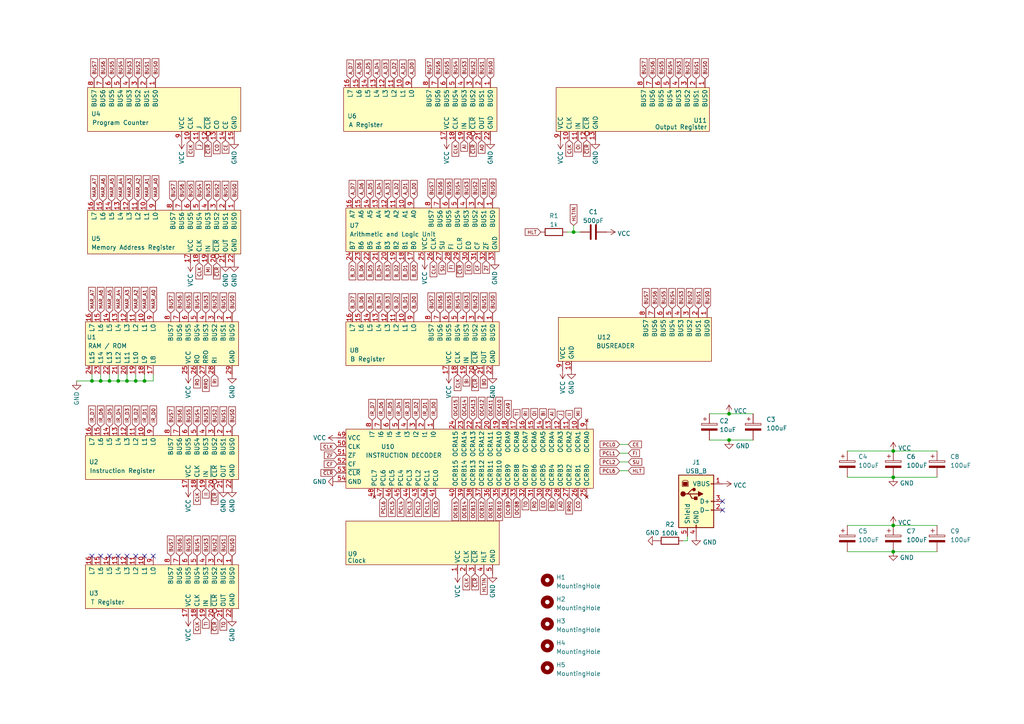
<source format=kicad_sch>
(kicad_sch (version 20231120) (generator "eeschema") (generator_version "8.0")
  (paper "A4")
  (lib_symbols
    (symbol "Connector:USB_B" (pin_names (offset 1.016))
      (property "Reference" "J" (at -5.08 11.43 0))
      (property "Value" "USB_B" (at -5.08 8.89 0))
      (symbol "USB_B_1_1"
        (pin power_out line (at 7.62 5.08 180) (length 2.54) (name "VBUS") (number "1"))
        (pin bidirectional line (at 7.62 -2.54 180) (length 2.54) (name "D-") (number "2"))
        (pin bidirectional line (at 7.62 0 180) (length 2.54) (name "D+") (number "3"))
        (pin power_out line (at 0 -10.16 90) (length 2.54) (name "GND") (number "4"))
        (pin passive line (at -2.54 -10.16 90) (length 2.54) (name "Shield") (number "5"))
      )
    )
    (symbol "Device:C" (pin_numbers hide) (pin_names (offset 0.254))
      (property "Reference" "C" (at 0.635 2.54 0))
      (property "Value" "C" (at 0.635 -2.54 0))
      (symbol "C_1_1"
        (pin passive line (at 0 3.81 270) (length 2.794) (name "~") (number "1"))
        (pin passive line (at 0 -3.81 90) (length 2.794) (name "~") (number "2"))
      )
    )
    (symbol "Device:C_Polarized" (pin_numbers hide) (pin_names (offset 0.254))
      (property "Reference" "C" (at 0.635 2.54 0))
      (property "Value" "C_Polarized" (at 0.635 -2.54 0))
      (symbol "C_Polarized_1_1"
        (pin passive line (at 0 3.81 270) (length 2.794) (name "~") (number "1"))
        (pin passive line (at 0 -3.81 90) (length 2.794) (name "~") (number "2"))
      )
    )
    (symbol "Device:R" (pin_numbers hide) (pin_names (offset 0))
      (property "Reference" "R" (at 2.032 0 90))
      (property "Value" "R" (at 0 0 90))
      (symbol "R_1_1"
        (pin passive line (at 0 3.81 270) (length 1.27) (name "~") (number "1"))
        (pin passive line (at 0 -3.81 90) (length 1.27) (name "~") (number "2"))
      )
    )
    (symbol "Mechanical:MountingHole" (pin_names (offset 1.016))
      (property "Reference" "H" (at 0 5.08 0))
      (property "Value" "MountingHole" (at 0 3.175 0))
    )
    (symbol "SAP-GPR_1"
      (property "Reference" "U5" (at -17.78 -1.905 0))
      (property "Value" "SAP-GPR_1" (at 3.81 -4.445 0))
      (symbol "SAP-GPR_1_1_1"
        (pin bidirectional line (at 20.955 8.89 270) (length 2.54) (name "BUS0") (number "1"))
        (pin output line (at -4.445 8.89 270) (length 2.54) (name "L1") (number "10"))
        (pin output line (at -6.985 8.89 270) (length 2.54) (name "L2") (number "11"))
        (pin output line (at -9.525 8.89 270) (length 2.54) (name "L3") (number "12"))
        (pin output line (at -12.065 8.89 270) (length 2.54) (name "L4") (number "13"))
        (pin output line (at -14.605 8.89 270) (length 2.54) (name "L5") (number "14"))
        (pin output line (at -17.145 8.89 270) (length 2.54) (name "L6") (number "15"))
        (pin output line (at -19.685 8.89 270) (length 2.54) (name "L7") (number "16"))
        (pin power_in line (at 8.255 -8.89 90) (length 2.54) (name "VCC") (number "17"))
        (pin input line (at 10.795 -8.89 90) (length 2.54) (name "CLK") (number "18"))
        (pin input line (at 13.335 -8.89 90) (length 2.54) (name "IN") (number "19"))
        (pin bidirectional line (at 18.415 8.89 270) (length 2.54) (name "BUS1") (number "2"))
        (pin input inverted (at 15.875 -8.89 90) (length 2.54) (name "~{CLR}") (number "20"))
        (pin input line (at 18.415 -8.89 90) (length 2.54) (name "OUT") (number "21"))
        (pin power_in line (at 20.955 -8.89 90) (length 2.54) (name "GND") (number "22"))
        (pin bidirectional line (at 15.875 8.89 270) (length 2.54) (name "BUS2") (number "3"))
        (pin bidirectional line (at 13.335 8.89 270) (length 2.54) (name "BUS3") (number "4"))
        (pin bidirectional line (at 10.795 8.89 270) (length 2.54) (name "BUS4") (number "5"))
        (pin bidirectional line (at 8.255 8.89 270) (length 2.54) (name "BUS5") (number "6"))
        (pin bidirectional line (at 5.715 8.89 270) (length 2.54) (name "BUS6") (number "7"))
        (pin bidirectional line (at 3.175 8.89 270) (length 2.54) (name "BUS7") (number "8"))
        (pin output line (at -1.905 8.89 270) (length 2.54) (name "L0") (number "9"))
      )
    )
    (symbol "SAP-GPR_2"
      (property "Reference" "U5" (at -17.78 -1.905 0))
      (property "Value" "SAP-GPR_2" (at 3.81 -4.445 0))
      (symbol "SAP-GPR_2_1_1"
        (pin bidirectional line (at 20.955 8.89 270) (length 2.54) (name "BUS0") (number "1"))
        (pin output line (at -4.445 8.89 270) (length 2.54) (name "L1") (number "10"))
        (pin output line (at -6.985 8.89 270) (length 2.54) (name "L2") (number "11"))
        (pin output line (at -9.525 8.89 270) (length 2.54) (name "L3") (number "12"))
        (pin output line (at -12.065 8.89 270) (length 2.54) (name "L4") (number "13"))
        (pin output line (at -14.605 8.89 270) (length 2.54) (name "L5") (number "14"))
        (pin output line (at -17.145 8.89 270) (length 2.54) (name "L6") (number "15"))
        (pin output line (at -19.685 8.89 270) (length 2.54) (name "L7") (number "16"))
        (pin power_in line (at 8.255 -8.89 90) (length 2.54) (name "VCC") (number "17"))
        (pin input line (at 10.795 -8.89 90) (length 2.54) (name "CLK") (number "18"))
        (pin input line (at 13.335 -8.89 90) (length 2.54) (name "IN") (number "19"))
        (pin bidirectional line (at 18.415 8.89 270) (length 2.54) (name "BUS1") (number "2"))
        (pin input inverted (at 15.875 -8.89 90) (length 2.54) (name "~{CLR}") (number "20"))
        (pin input line (at 18.415 -8.89 90) (length 2.54) (name "OUT") (number "21"))
        (pin power_in line (at 20.955 -8.89 90) (length 2.54) (name "GND") (number "22"))
        (pin bidirectional line (at 15.875 8.89 270) (length 2.54) (name "BUS2") (number "3"))
        (pin bidirectional line (at 13.335 8.89 270) (length 2.54) (name "BUS3") (number "4"))
        (pin bidirectional line (at 10.795 8.89 270) (length 2.54) (name "BUS4") (number "5"))
        (pin bidirectional line (at 8.255 8.89 270) (length 2.54) (name "BUS5") (number "6"))
        (pin bidirectional line (at 5.715 8.89 270) (length 2.54) (name "BUS6") (number "7"))
        (pin bidirectional line (at 3.175 8.89 270) (length 2.54) (name "BUS7") (number "8"))
        (pin output line (at -1.905 8.89 270) (length 2.54) (name "L0") (number "9"))
      )
    )
    (symbol "SAP-GPR_4"
      (property "Reference" "U5" (at -17.78 -1.905 0))
      (property "Value" "SAP-GPR_4" (at 3.81 -4.445 0))
      (symbol "SAP-GPR_4_1_1"
        (pin bidirectional line (at 20.955 8.89 270) (length 2.54) (name "BUS0") (number "1"))
        (pin output line (at -4.445 8.89 270) (length 2.54) (name "L1") (number "10"))
        (pin output line (at -6.985 8.89 270) (length 2.54) (name "L2") (number "11"))
        (pin output line (at -9.525 8.89 270) (length 2.54) (name "L3") (number "12"))
        (pin output line (at -12.065 8.89 270) (length 2.54) (name "L4") (number "13"))
        (pin output line (at -14.605 8.89 270) (length 2.54) (name "L5") (number "14"))
        (pin output line (at -17.145 8.89 270) (length 2.54) (name "L6") (number "15"))
        (pin output line (at -19.685 8.89 270) (length 2.54) (name "L7") (number "16"))
        (pin power_in line (at 8.255 -8.89 90) (length 2.54) (name "VCC") (number "17"))
        (pin input line (at 10.795 -8.89 90) (length 2.54) (name "CLK") (number "18"))
        (pin input line (at 13.335 -8.89 90) (length 2.54) (name "IN") (number "19"))
        (pin bidirectional line (at 18.415 8.89 270) (length 2.54) (name "BUS1") (number "2"))
        (pin input inverted (at 15.875 -8.89 90) (length 2.54) (name "~{CLR}") (number "20"))
        (pin input line (at 18.415 -8.89 90) (length 2.54) (name "OUT") (number "21"))
        (pin power_in line (at 20.955 -8.89 90) (length 2.54) (name "GND") (number "22"))
        (pin bidirectional line (at 15.875 8.89 270) (length 2.54) (name "BUS2") (number "3"))
        (pin bidirectional line (at 13.335 8.89 270) (length 2.54) (name "BUS3") (number "4"))
        (pin bidirectional line (at 10.795 8.89 270) (length 2.54) (name "BUS4") (number "5"))
        (pin bidirectional line (at 8.255 8.89 270) (length 2.54) (name "BUS5") (number "6"))
        (pin bidirectional line (at 5.715 8.89 270) (length 2.54) (name "BUS6") (number "7"))
        (pin bidirectional line (at 3.175 8.89 270) (length 2.54) (name "BUS7") (number "8"))
        (pin output line (at -1.905 8.89 270) (length 2.54) (name "L0") (number "9"))
      )
    )
    (symbol "power:GND" (power) (pin_names (offset 0))
      (property "Value" "GND" (at 0 -3.81 0))
      (symbol "GND_1_1"
        (pin power_in line (at 0 0 270) (length 0) hide (name "GND") (number "1"))
      )
    )
    (symbol "power:VCC" (power) (pin_names (offset 0))
      (property "Value" "VCC" (at 0 3.81 0))
      (symbol "VCC_1_1"
        (pin power_in line (at 0 0 90) (length 0) hide (name "VCC") (number "1"))
      )
    )
    (symbol "sap_modules:SAP-ALU"
      (property "Reference" "U7" (at -17.78 1.27 0))
      (property "Value" "Arithmetic and Logic Unit" (at 4.445 -1.27 0))
      (symbol "SAP-ALU_1_1"
        (pin output line (at 20.955 8.89 270) (length 2.54) (name "BUS0") (number "1"))
        (pin input line (at -4.445 8.89 270) (length 2.54) (name "A1") (number "10"))
        (pin input line (at -6.985 8.89 270) (length 2.54) (name "A2") (number "11"))
        (pin input line (at -9.525 8.89 270) (length 2.54) (name "A3") (number "12"))
        (pin input line (at -12.065 8.89 270) (length 2.54) (name "A4") (number "13"))
        (pin input line (at -14.605 8.89 270) (length 2.54) (name "A5") (number "14"))
        (pin input line (at -17.145 8.89 270) (length 2.54) (name "A6") (number "15"))
        (pin input line (at -19.685 8.89 270) (length 2.54) (name "A7") (number "16"))
        (pin input line (at -1.905 -8.89 90) (length 2.54) (name "B0") (number "17"))
        (pin input line (at -4.445 -8.89 90) (length 2.54) (name "B1") (number "18"))
        (pin input line (at -6.985 -8.89 90) (length 2.54) (name "B2") (number "19"))
        (pin output line (at 18.415 8.89 270) (length 2.54) (name "BUS1") (number "2"))
        (pin input line (at -9.525 -8.89 90) (length 2.54) (name "B3") (number "20"))
        (pin input line (at -12.065 -8.89 90) (length 2.54) (name "B4") (number "21"))
        (pin input line (at -14.605 -8.89 90) (length 2.54) (name "B5") (number "22"))
        (pin input line (at -17.145 -8.89 90) (length 2.54) (name "B6") (number "23"))
        (pin input line (at -19.685 -8.89 90) (length 2.54) (name "B7") (number "24"))
        (pin power_in line (at 1.27 -8.89 90) (length 2.54) (name "VCC") (number "25"))
        (pin input line (at 3.81 -8.89 90) (length 2.54) (name "CLK") (number "26"))
        (pin input line (at 6.35 -8.89 90) (length 2.54) (name "SU") (number "27"))
        (pin input line (at 8.89 -8.89 90) (length 2.54) (name "FI") (number "28"))
        (pin input line (at 11.43 -8.89 90) (length 2.54) (name "CLR") (number "29"))
        (pin output line (at 15.875 8.89 270) (length 2.54) (name "BUS2") (number "3"))
        (pin input line (at 13.97 -8.89 90) (length 2.54) (name "EO") (number "30"))
        (pin output line (at 16.51 -8.89 90) (length 2.54) (name "CF") (number "31"))
        (pin output line (at 19.05 -8.89 90) (length 2.54) (name "ZF") (number "32"))
        (pin power_in line (at 21.59 -8.89 90) (length 2.54) (name "GND") (number "33"))
        (pin output line (at 13.335 8.89 270) (length 2.54) (name "BUS3") (number "4"))
        (pin output line (at 10.795 8.89 270) (length 2.54) (name "BUS4") (number "5"))
        (pin output line (at 8.255 8.89 270) (length 2.54) (name "BUS5") (number "6"))
        (pin output line (at 5.715 8.89 270) (length 2.54) (name "BUS6") (number "7"))
        (pin output line (at 3.175 8.89 270) (length 2.54) (name "BUS7") (number "8"))
        (pin input line (at -1.905 8.89 270) (length 2.54) (name "A0") (number "9"))
      )
    )
    (symbol "sap_modules:SAP-BUSREADER"
      (property "Reference" "U" (at -13.335 2.54 0))
      (property "Value" "SAP-BUSREADER" (at -13.335 0.635 0))
      (symbol "SAP-BUSREADER_1_1"
        (pin input line (at 21.59 8.89 270) (length 2.54) (name "BUS0") (number "1"))
        (pin power_in line (at -17.78 -8.89 90) (length 2.54) (name "GND") (number "10"))
        (pin input line (at 19.05 8.89 270) (length 2.54) (name "BUS1") (number "2"))
        (pin input line (at 16.51 8.89 270) (length 2.54) (name "BUS2") (number "3"))
        (pin input line (at 13.97 8.89 270) (length 2.54) (name "BUS3") (number "4"))
        (pin input line (at 11.43 8.89 270) (length 2.54) (name "BUS4") (number "5"))
        (pin input line (at 8.89 8.89 270) (length 2.54) (name "BUS5") (number "6"))
        (pin input line (at 6.35 8.89 270) (length 2.54) (name "BUS6") (number "7"))
        (pin input line (at 3.81 8.89 270) (length 2.54) (name "BUS7") (number "8"))
        (pin power_in line (at -20.32 -8.89 90) (length 2.54) (name "VCC") (number "9"))
      )
    )
    (symbol "sap_modules:SAP-CLOCK"
      (property "Reference" "U" (at 0 1.905 0))
      (property "Value" "SAP-CLOCK" (at 0 -0.635 0))
      (symbol "SAP-CLOCK_1_1"
        (pin power_in line (at 10.795 -8.89 90) (length 2.54) (name "VCC") (number "1"))
        (pin output line (at 13.335 -8.89 90) (length 2.54) (name "CLK") (number "2"))
        (pin output line (at 15.875 -8.89 90) (length 2.54) (name "~{CLR}") (number "3"))
        (pin input line (at 18.415 -8.89 90) (length 2.54) (name "HLT") (number "4"))
        (pin power_in line (at 20.955 -8.89 90) (length 2.54) (name "GND") (number "5"))
      )
    )
    (symbol "sap_modules:SAP-GPR"
      (property "Reference" "U5" (at -17.78 -1.905 0))
      (property "Value" "SAP-GPR" (at 3.81 -4.445 0))
      (symbol "SAP-GPR_1_1"
        (pin bidirectional line (at 20.955 8.89 270) (length 2.54) (name "BUS0") (number "1"))
        (pin output line (at -4.445 8.89 270) (length 2.54) (name "L1") (number "10"))
        (pin output line (at -6.985 8.89 270) (length 2.54) (name "L2") (number "11"))
        (pin output line (at -9.525 8.89 270) (length 2.54) (name "L3") (number "12"))
        (pin output line (at -12.065 8.89 270) (length 2.54) (name "L4") (number "13"))
        (pin output line (at -14.605 8.89 270) (length 2.54) (name "L5") (number "14"))
        (pin output line (at -17.145 8.89 270) (length 2.54) (name "L6") (number "15"))
        (pin output line (at -19.685 8.89 270) (length 2.54) (name "L7") (number "16"))
        (pin power_in line (at 8.255 -8.89 90) (length 2.54) (name "VCC") (number "17"))
        (pin input line (at 10.795 -8.89 90) (length 2.54) (name "CLK") (number "18"))
        (pin input line (at 13.335 -8.89 90) (length 2.54) (name "IN") (number "19"))
        (pin bidirectional line (at 18.415 8.89 270) (length 2.54) (name "BUS1") (number "2"))
        (pin input inverted (at 15.875 -8.89 90) (length 2.54) (name "~{CLR}") (number "20"))
        (pin input line (at 18.415 -8.89 90) (length 2.54) (name "OUT") (number "21"))
        (pin power_in line (at 20.955 -8.89 90) (length 2.54) (name "GND") (number "22"))
        (pin bidirectional line (at 15.875 8.89 270) (length 2.54) (name "BUS2") (number "3"))
        (pin bidirectional line (at 13.335 8.89 270) (length 2.54) (name "BUS3") (number "4"))
        (pin bidirectional line (at 10.795 8.89 270) (length 2.54) (name "BUS4") (number "5"))
        (pin bidirectional line (at 8.255 8.89 270) (length 2.54) (name "BUS5") (number "6"))
        (pin bidirectional line (at 5.715 8.89 270) (length 2.54) (name "BUS6") (number "7"))
        (pin bidirectional line (at 3.175 8.89 270) (length 2.54) (name "BUS7") (number "8"))
        (pin output line (at -1.905 8.89 270) (length 2.54) (name "L0") (number "9"))
      )
    )
    (symbol "sap_modules:SAP-ID"
      (property "Reference" "U10" (at -15.875 5.715 0))
      (property "Value" "SAP-ID" (at -20.32 3.175 0))
      (symbol "SAP-ID_1_1"
        (pin input line (at -0.635 13.335 270) (length 2.54) (name "I0") (number "1"))
        (pin output line (at 41.275 13.335 270) (length 2.54) (name "OCRA1") (number "10"))
        (pin output line (at 38.735 13.335 270) (length 2.54) (name "OCRA2") (number "11"))
        (pin output line (at 36.195 13.335 270) (length 2.54) (name "OCRA3") (number "12"))
        (pin output line (at 33.655 13.335 270) (length 2.54) (name "OCRA4") (number "13"))
        (pin output line (at 31.115 13.335 270) (length 2.54) (name "OCRA5") (number "14"))
        (pin output line (at 28.575 13.335 270) (length 2.54) (name "OCRA6") (number "15"))
        (pin output line (at 26.035 13.335 270) (length 2.54) (name "OCRA7") (number "16"))
        (pin output line (at 23.495 13.335 270) (length 2.54) (name "OCRA8") (number "17"))
        (pin output line (at 20.955 13.335 270) (length 2.54) (name "OCRA9") (number "18"))
        (pin output line (at 18.415 13.335 270) (length 2.54) (name "OCRA10") (number "19"))
        (pin input line (at -3.175 13.335 270) (length 2.54) (name "I1") (number "2"))
        (pin output line (at 15.875 13.335 270) (length 2.54) (name "OCRA11") (number "20"))
        (pin output line (at 13.335 13.335 270) (length 2.54) (name "OCRA12") (number "21"))
        (pin output line (at 10.795 13.335 270) (length 2.54) (name "OCRA13") (number "22"))
        (pin output line (at 8.255 13.335 270) (length 2.54) (name "OCRA14") (number "23"))
        (pin output line (at 5.715 13.335 270) (length 2.54) (name "OCRA15") (number "24"))
        (pin no_connect line (at 43.815 -8.89 90) (length 2.54) (name "OCRB0") (number "25"))
        (pin output line (at 41.275 -8.89 90) (length 2.54) (name "OCRB1") (number "26"))
        (pin output line (at 38.735 -8.89 90) (length 2.54) (name "OCRB2") (number "27"))
        (pin output line (at 36.195 -8.89 90) (length 2.54) (name "OCRB3") (number "28"))
        (pin output line (at 33.655 -8.89 90) (length 2.54) (name "OCRB4") (number "29"))
        (pin input line (at -5.715 13.335 270) (length 2.54) (name "I2") (number "3"))
        (pin output line (at 31.115 -8.89 90) (length 2.54) (name "OCRB5") (number "30"))
        (pin output line (at 28.575 -8.89 90) (length 2.54) (name "OCRB6") (number "31"))
        (pin output line (at 26.035 -8.89 90) (length 2.54) (name "OCRB7") (number "32"))
        (pin output line (at 23.495 -8.89 90) (length 2.54) (name "OCRB8") (number "33"))
        (pin output line (at 20.955 -8.89 90) (length 2.54) (name "OCRB9") (number "34"))
        (pin output line (at 18.415 -8.89 90) (length 2.54) (name "OCRB10") (number "35"))
        (pin output line (at 15.875 -8.89 90) (length 2.54) (name "OCRB11") (number "36"))
        (pin output line (at 13.335 -8.89 90) (length 2.54) (name "OCRB12") (number "37"))
        (pin output line (at 10.795 -8.89 90) (length 2.54) (name "OCRB13") (number "38"))
        (pin output line (at 8.255 -8.89 90) (length 2.54) (name "OCRB14") (number "39"))
        (pin input line (at -8.255 13.335 270) (length 2.54) (name "I3") (number "4"))
        (pin output line (at 5.715 -8.89 90) (length 2.54) (name "OCRB15") (number "40"))
        (pin output line (at 0 -8.89 90) (length 2.54) (name "PCL0") (number "41"))
        (pin output line (at -2.54 -8.89 90) (length 2.54) (name "PCL1") (number "42"))
        (pin output line (at -5.08 -8.89 90) (length 2.54) (name "PCL2") (number "43"))
        (pin output line (at -7.62 -8.89 90) (length 2.54) (name "PCL3") (number "44"))
        (pin output line (at -10.16 -8.89 90) (length 2.54) (name "PCL4") (number "45"))
        (pin output line (at -12.7 -8.89 90) (length 2.54) (name "PCL5") (number "46"))
        (pin output line (at -15.24 -8.89 90) (length 2.54) (name "PCL6") (number "47"))
        (pin no_connect line (at -17.78 -8.89 90) (length 2.54) (name "PCL7") (number "48"))
        (pin power_in line (at -28.575 8.255 0) (length 2.54) (name "VCC") (number "49"))
        (pin input line (at -10.795 13.335 270) (length 2.54) (name "I4") (number "5"))
        (pin input line (at -28.575 5.715 0) (length 2.54) (name "CLK") (number "50"))
        (pin input line (at -28.575 3.175 0) (length 2.54) (name "ZF") (number "51"))
        (pin input line (at -28.575 0.635 0) (length 2.54) (name "CF") (number "52"))
        (pin input line (at -28.575 -1.905 0) (length 2.54) (name "~{CLR}") (number "53"))
        (pin power_in line (at -28.575 -4.445 0) (length 2.54) (name "GND") (number "54"))
        (pin input line (at -13.335 13.335 270) (length 2.54) (name "I5") (number "6"))
        (pin input line (at -15.875 13.335 270) (length 2.54) (name "I6") (number "7"))
        (pin input line (at -18.415 13.335 270) (length 2.54) (name "I7") (number "8"))
        (pin no_connect line (at 43.815 13.335 270) (length 2.54) (name "OCRA0") (number "9"))
      )
    )
    (symbol "sap_modules:SAP-OUTPUT"
      (property "Reference" "U" (at -13.335 2.54 0))
      (property "Value" "SAP-OUTPUT" (at -13.335 0.635 0))
      (symbol "SAP-OUTPUT_1_1"
        (pin input line (at 21.59 8.89 270) (length 2.54) (name "BUS0") (number "1"))
        (pin input line (at -17.78 -8.89 90) (length 2.54) (name "CLK") (number "10"))
        (pin input line (at -15.24 -8.89 90) (length 2.54) (name "IN") (number "11"))
        (pin input inverted (at -12.7 -8.89 90) (length 2.54) (name "~{CLR}") (number "12"))
        (pin power_in line (at -10.16 -8.89 90) (length 2.54) (name "GND") (number "13"))
        (pin input line (at 19.05 8.89 270) (length 2.54) (name "BUS1") (number "2"))
        (pin input line (at 16.51 8.89 270) (length 2.54) (name "BUS2") (number "3"))
        (pin input line (at 13.97 8.89 270) (length 2.54) (name "BUS3") (number "4"))
        (pin input line (at 11.43 8.89 270) (length 2.54) (name "BUS4") (number "5"))
        (pin input line (at 8.89 8.89 270) (length 2.54) (name "BUS5") (number "6"))
        (pin input line (at 6.35 8.89 270) (length 2.54) (name "BUS6") (number "7"))
        (pin input line (at 3.81 8.89 270) (length 2.54) (name "BUS7") (number "8"))
        (pin power_in line (at -20.32 -8.89 90) (length 2.54) (name "VCC") (number "9"))
      )
    )
    (symbol "sap_modules:SAP-PC"
      (property "Reference" "U4" (at -17.78 -1.27 0))
      (property "Value" "Program Counter" (at -3.81 -3.81 0))
      (symbol "SAP-PC_1_1"
        (pin bidirectional line (at -1.905 8.89 270) (length 2.54) (name "BUS0") (number "1"))
        (pin input line (at 8.255 -8.89 90) (length 2.54) (name "CLK") (number "10"))
        (pin input line (at 10.795 -8.89 90) (length 2.54) (name "J") (number "11"))
        (pin input inverted (at 13.335 -8.89 90) (length 2.54) (name "~{CLR}") (number "12"))
        (pin input line (at 15.875 -8.89 90) (length 2.54) (name "CO") (number "13"))
        (pin input line (at 18.415 -8.89 90) (length 2.54) (name "CE") (number "14"))
        (pin power_in line (at 20.955 -8.89 90) (length 2.54) (name "GND") (number "15"))
        (pin bidirectional line (at -4.445 8.89 270) (length 2.54) (name "BUS1") (number "2"))
        (pin bidirectional line (at -6.985 8.89 270) (length 2.54) (name "BUS2") (number "3"))
        (pin bidirectional line (at -9.525 8.89 270) (length 2.54) (name "BUS3") (number "4"))
        (pin bidirectional line (at -12.065 8.89 270) (length 2.54) (name "BUS4") (number "5"))
        (pin bidirectional line (at -14.605 8.89 270) (length 2.54) (name "BUS5") (number "6"))
        (pin bidirectional line (at -17.145 8.89 270) (length 2.54) (name "BUS6") (number "7"))
        (pin bidirectional line (at -19.685 8.89 270) (length 2.54) (name "BUS7") (number "8"))
        (pin power_in line (at 5.715 -8.89 90) (length 2.54) (name "VCC") (number "9"))
      )
    )
    (symbol "sap_modules:SAP-RAMROM"
      (property "Reference" "U1" (at -18.415 1.905 0))
      (property "Value" "SAP-RAMROM" (at -7.62 -0.635 0))
      (symbol "SAP-RAMROM_1_1"
        (pin bidirectional line (at 20.955 8.89 270) (length 2.54) (name "BUS0") (number "1"))
        (pin input line (at -4.445 8.89 270) (length 2.54) (name "L1") (number "10"))
        (pin input line (at -6.985 8.89 270) (length 2.54) (name "L2") (number "11"))
        (pin input line (at -9.525 8.89 270) (length 2.54) (name "L3") (number "12"))
        (pin input line (at -12.065 8.89 270) (length 2.54) (name "L4") (number "13"))
        (pin input line (at -14.605 8.89 270) (length 2.54) (name "L5") (number "14"))
        (pin input line (at -17.145 8.89 270) (length 2.54) (name "L6") (number "15"))
        (pin input line (at -19.685 8.89 270) (length 2.54) (name "L7") (number "16"))
        (pin input line (at -1.905 -8.89 90) (length 2.54) (name "L8") (number "17"))
        (pin input line (at -4.445 -8.89 90) (length 2.54) (name "L9") (number "18"))
        (pin input line (at -6.985 -8.89 90) (length 2.54) (name "L10") (number "19"))
        (pin bidirectional line (at 18.415 8.89 270) (length 2.54) (name "BUS1") (number "2"))
        (pin input line (at -9.525 -8.89 90) (length 2.54) (name "L11") (number "20"))
        (pin input line (at -12.065 -8.89 90) (length 2.54) (name "L12") (number "21"))
        (pin input line (at -14.605 -8.89 90) (length 2.54) (name "L13") (number "22"))
        (pin input line (at -17.145 -8.89 90) (length 2.54) (name "L14") (number "23"))
        (pin input line (at -19.685 -8.89 90) (length 2.54) (name "L15") (number "24"))
        (pin power_in line (at 8.255 -8.89 90) (length 2.54) (name "VCC") (number "25"))
        (pin input line (at 10.795 -8.89 90) (length 2.54) (name "RO") (number "26"))
        (pin input line (at 13.335 -8.89 90) (length 2.54) (name "RRO") (number "27"))
        (pin input line (at 15.875 -8.89 90) (length 2.54) (name "RI") (number "28"))
        (pin power_in line (at 20.955 -8.89 90) (length 2.54) (name "GND") (number "29"))
        (pin bidirectional line (at 15.875 8.89 270) (length 2.54) (name "BUS2") (number "3"))
        (pin bidirectional line (at 13.335 8.89 270) (length 2.54) (name "BUS3") (number "4"))
        (pin bidirectional line (at 10.795 8.89 270) (length 2.54) (name "BUS4") (number "5"))
        (pin bidirectional line (at 8.255 8.89 270) (length 2.54) (name "BUS5") (number "6"))
        (pin bidirectional line (at 5.715 8.89 270) (length 2.54) (name "BUS6") (number "7"))
        (pin bidirectional line (at 3.175 8.89 270) (length 2.54) (name "BUS7") (number "8"))
        (pin input line (at -1.905 8.89 270) (length 2.54) (name "L0") (number "9"))
      )
    )
  )
  (junction (at 39.37 110.49))
  (junction (at 259.08 160.02))
  (junction (at 29.21 110.49))
  (junction (at 211.455 127.635))
  (junction (at 259.08 138.43))
  (junction (at 259.08 130.81))
  (junction (at 34.29 110.49))
  (junction (at 166.37 67.31))
  (junction (at 31.75 110.49))
  (junction (at 41.91 110.49))
  (junction (at 211.455 120.015))
  (junction (at 26.67 110.49))
  (junction (at 36.83 110.49))
  (junction (at 259.08 152.4))
  (no_connect (at 26.67 161.29))
  (no_connect (at 31.75 161.29))
  (no_connect (at 36.83 161.29))
  (no_connect (at 41.91 161.29))
  (no_connect (at 39.37 161.29))
  (no_connect (at 209.55 147.955))
  (no_connect (at 209.55 145.415))
  (no_connect (at 44.45 161.29))
  (no_connect (at 29.21 161.29))
  (no_connect (at 34.29 161.29))
  (wire (pts (xy 166.37 67.31) (xy 168.275 67.31)))
  (wire (pts (xy 22.225 110.49) (xy 26.67 110.49)))
  (wire (pts (xy 259.08 138.43) (xy 271.78 138.43)))
  (wire (pts (xy 31.75 110.49) (xy 34.29 110.49)))
  (wire (pts (xy 245.745 138.43) (xy 259.08 138.43)))
  (wire (pts (xy 198.12 156.845) (xy 199.39 156.845)))
  (wire (pts (xy 259.08 152.4) (xy 271.78 152.4)))
  (wire (pts (xy 205.74 127.635) (xy 211.455 127.635)))
  (wire (pts (xy 29.21 110.49) (xy 29.21 108.585)))
  (wire (pts (xy 39.37 110.49) (xy 41.91 110.49)))
  (wire (pts (xy 44.45 110.49) (xy 44.45 108.585)))
  (wire (pts (xy 179.705 133.985) (xy 182.245 133.985)))
  (wire (pts (xy 164.465 67.31) (xy 166.37 67.31)))
  (wire (pts (xy 36.83 110.49) (xy 36.83 108.585)))
  (wire (pts (xy 34.29 110.49) (xy 34.29 108.585)))
  (wire (pts (xy 41.91 110.49) (xy 41.91 108.585)))
  (wire (pts (xy 179.705 131.445) (xy 182.245 131.445)))
  (wire (pts (xy 41.91 110.49) (xy 44.45 110.49)))
  (wire (pts (xy 26.67 110.49) (xy 29.21 110.49)))
  (wire (pts (xy 211.455 120.015) (xy 218.44 120.015)))
  (wire (pts (xy 179.705 136.525) (xy 182.245 136.525)))
  (wire (pts (xy 39.37 110.49) (xy 39.37 108.585)))
  (wire (pts (xy 245.745 130.81) (xy 259.08 130.81)))
  (wire (pts (xy 29.21 110.49) (xy 31.75 110.49)))
  (wire (pts (xy 211.455 127.635) (xy 218.44 127.635)))
  (wire (pts (xy 36.83 110.49) (xy 39.37 110.49)))
  (wire (pts (xy 259.08 160.02) (xy 271.78 160.02)))
  (wire (pts (xy 26.67 110.49) (xy 26.67 108.585)))
  (wire (pts (xy 166.37 65.405) (xy 166.37 67.31)))
  (wire (pts (xy 179.705 128.905) (xy 182.245 128.905)))
  (wire (pts (xy 245.745 160.02) (xy 259.08 160.02)))
  (wire (pts (xy 259.08 130.81) (xy 271.78 130.81)))
  (wire (pts (xy 31.75 110.49) (xy 31.75 108.585)))
  (wire (pts (xy 34.29 110.49) (xy 36.83 110.49)))
  (wire (pts (xy 199.39 156.845) (xy 199.39 155.575)))
  (wire (pts (xy 245.745 152.4) (xy 259.08 152.4)))
  (wire (pts (xy 205.74 120.015) (xy 211.455 120.015)))
  (global_label "BUS6" (shape input) (at 189.23 22.86 90) (effects (font (size 1 1))) (property "Intersheetrefs" "${INTERSHEET_REFS}" (effects (hide yes))))
  (global_label "BUS2" (shape input) (at 137.795 90.805 90) (effects (font (size 1 1))) (property "Intersheetrefs" "${INTERSHEET_REFS}" (effects (hide yes))))
  (global_label "BUS2" (shape input) (at 62.865 58.42 90) (effects (font (size 1 1))) (property "Intersheetrefs" "${INTERSHEET_REFS}" (effects (hide yes))))
  (global_label "BUS6" (shape input) (at 127 22.86 90) (effects (font (size 1 1))) (property "Intersheetrefs" "${INTERSHEET_REFS}" (effects (hide yes))))
  (global_label "CLK" (shape input) (at 57.785 76.2 270) (effects (font (size 1 1))) (property "Intersheetrefs" "${INTERSHEET_REFS}" (effects (hide yes))))
  (global_label "BUS0" (shape input) (at 45.085 22.86 90) (effects (font (size 1 1))) (property "Intersheetrefs" "${INTERSHEET_REFS}" (effects (hide yes))))
  (global_label "PCL1" (shape input) (at 179.705 131.445 180) (effects (font (size 1 1))) (property "Intersheetrefs" "${INTERSHEET_REFS}" (effects (hide yes))))
  (global_label "J" (shape input) (at 162.56 121.92 90) (effects (font (size 1 1))) (property "Intersheetrefs" "${INTERSHEET_REFS}" (effects (hide yes))))
  (global_label "CLK" (shape input) (at 57.15 141.605 270) (effects (font (size 1 1))) (property "Intersheetrefs" "${INTERSHEET_REFS}" (effects (hide yes))))
  (global_label "BUS4" (shape input) (at 194.31 22.86 90) (effects (font (size 1 1))) (property "Intersheetrefs" "${INTERSHEET_REFS}" (effects (hide yes))))
  (global_label "RRO" (shape input) (at 165.1 144.145 270) (effects (font (size 1 1))) (property "Intersheetrefs" "${INTERSHEET_REFS}" (effects (hide yes))))
  (global_label "BUS3" (shape input) (at 196.85 22.86 90) (effects (font (size 1 1))) (property "Intersheetrefs" "${INTERSHEET_REFS}" (effects (hide yes))))
  (global_label "OI" (shape input) (at 154.94 121.92 90) (effects (font (size 1 1))) (property "Intersheetrefs" "${INTERSHEET_REFS}" (effects (hide yes))))
  (global_label "II" (shape input) (at 59.69 141.605 270) (effects (font (size 1 1))) (property "Intersheetrefs" "${INTERSHEET_REFS}" (effects (hide yes))))
  (global_label "CE" (shape input) (at 182.245 128.905 0) (effects (font (size 1 1))) (property "Intersheetrefs" "${INTERSHEET_REFS}" (effects (hide yes))))
  (global_label "A_D7" (shape input) (at 101.6 22.86 90) (effects (font (size 1 1))) (property "Intersheetrefs" "${INTERSHEET_REFS}" (effects (hide yes))))
  (global_label "BUS5" (shape input) (at 54.61 123.825 90) (effects (font (size 1 1))) (property "Intersheetrefs" "${INTERSHEET_REFS}" (effects (hide yes))))
  (global_label "A_D5" (shape input) (at 107.315 57.785 90) (effects (font (size 1 1))) (property "Intersheetrefs" "${INTERSHEET_REFS}" (effects (hide yes))))
  (global_label "PCL2" (shape input) (at 121.285 144.145 270) (effects (font (size 1 1))) (property "Intersheetrefs" "${INTERSHEET_REFS}" (effects (hide yes))))
  (global_label "BUS2" (shape input) (at 62.23 123.825 90) (effects (font (size 1 1))) (property "Intersheetrefs" "${INTERSHEET_REFS}" (effects (hide yes))))
  (global_label "MAR_A2" (shape input) (at 39.37 90.805 90) (effects (font (size 1 1))) (property "Intersheetrefs" "${INTERSHEET_REFS}" (effects (hide yes))))
  (global_label "BUS4" (shape input) (at 132.08 22.86 90) (effects (font (size 1 1))) (property "Intersheetrefs" "${INTERSHEET_REFS}" (effects (hide yes))))
  (global_label "CE" (shape input) (at 65.405 40.64 270) (effects (font (size 1 1))) (property "Intersheetrefs" "${INTERSHEET_REFS}" (effects (hide yes))))
  (global_label "A_D2" (shape input) (at 114.935 57.785 90) (effects (font (size 1 1))) (property "Intersheetrefs" "${INTERSHEET_REFS}" (effects (hide yes))))
  (global_label "BUS3" (shape input) (at 59.69 123.825 90) (effects (font (size 1 1))) (property "Intersheetrefs" "${INTERSHEET_REFS}" (effects (hide yes))))
  (global_label "BUS7" (shape input) (at 49.53 161.29 90) (effects (font (size 1 1))) (property "Intersheetrefs" "${INTERSHEET_REFS}" (effects (hide yes))))
  (global_label "PCL5" (shape input) (at 113.665 144.145 270) (effects (font (size 1 1))) (property "Intersheetrefs" "${INTERSHEET_REFS}" (effects (hide yes))))
  (global_label "OCB14" (shape input) (at 134.62 144.145 270) (effects (font (size 1 1))) (property "Intersheetrefs" "${INTERSHEET_REFS}" (effects (hide yes))))
  (global_label "IR_D4" (shape input) (at 34.29 123.825 90) (effects (font (size 1 1))) (property "Intersheetrefs" "${INTERSHEET_REFS}" (effects (hide yes))))
  (global_label "BUS6" (shape input) (at 189.865 89.535 90) (effects (font (size 1 1))) (property "Intersheetrefs" "${INTERSHEET_REFS}" (effects (hide yes))))
  (global_label "A_D0" (shape input) (at 120.015 57.785 90) (effects (font (size 1 1))) (property "Intersheetrefs" "${INTERSHEET_REFS}" (effects (hide yes))))
  (global_label "B_D2" (shape input) (at 114.935 90.805 90) (effects (font (size 1 1))) (property "Intersheetrefs" "${INTERSHEET_REFS}" (effects (hide yes))))
  (global_label "B_D1" (shape input) (at 117.475 75.565 270) (effects (font (size 1 1))) (property "Intersheetrefs" "${INTERSHEET_REFS}" (effects (hide yes))))
  (global_label "AI" (shape input) (at 160.02 121.92 90) (effects (font (size 1 1))) (property "Intersheetrefs" "${INTERSHEET_REFS}" (effects (hide yes))))
  (global_label "IR_D2" (shape input) (at 39.37 123.825 90) (effects (font (size 1 1))) (property "Intersheetrefs" "${INTERSHEET_REFS}" (effects (hide yes))))
  (global_label "PCL3" (shape input) (at 118.745 144.145 270) (effects (font (size 1 1))) (property "Intersheetrefs" "${INTERSHEET_REFS}" (effects (hide yes))))
  (global_label "B_D7" (shape input) (at 102.235 90.805 90) (effects (font (size 1 1))) (property "Intersheetrefs" "${INTERSHEET_REFS}" (effects (hide yes))))
  (global_label "HLT" (shape input) (at 182.245 136.525 0) (effects (font (size 1 1))) (property "Intersheetrefs" "${INTERSHEET_REFS}" (effects (hide yes))))
  (global_label "IR_D1" (shape input) (at 41.91 123.825 90) (effects (font (size 1 1))) (property "Intersheetrefs" "${INTERSHEET_REFS}" (effects (hide yes))))
  (global_label "A_D2" (shape input) (at 114.3 22.86 90) (effects (font (size 1 1))) (property "Intersheetrefs" "${INTERSHEET_REFS}" (effects (hide yes))))
  (global_label "BUS5" (shape input) (at 129.54 22.86 90) (effects (font (size 1 1))) (property "Intersheetrefs" "${INTERSHEET_REFS}" (effects (hide yes))))
  (global_label "IR_D5" (shape input) (at 113.03 121.92 90) (effects (font (size 1 1))) (property "Intersheetrefs" "${INTERSHEET_REFS}" (effects (hide yes))))
  (global_label "A_D0" (shape input) (at 119.38 22.86 90) (effects (font (size 1 1))) (property "Intersheetrefs" "${INTERSHEET_REFS}" (effects (hide yes))))
  (global_label "OCB15" (shape input) (at 132.08 144.145 270) (effects (font (size 1 1))) (property "Intersheetrefs" "${INTERSHEET_REFS}" (effects (hide yes))))
  (global_label "BO" (shape input) (at 140.335 108.585 270) (effects (font (size 1 1))) (property "Intersheetrefs" "${INTERSHEET_REFS}" (effects (hide yes))))
  (global_label "CO" (shape input) (at 62.865 40.64 270) (effects (font (size 1 1))) (property "Intersheetrefs" "${INTERSHEET_REFS}" (effects (hide yes))))
  (global_label "B_D3" (shape input) (at 112.395 75.565 270) (effects (font (size 1 1))) (property "Intersheetrefs" "${INTERSHEET_REFS}" (effects (hide yes))))
  (global_label "BUS6" (shape input) (at 127.635 57.785 90) (effects (font (size 1 1))) (property "Intersheetrefs" "${INTERSHEET_REFS}" (effects (hide yes))))
  (global_label "BUS4" (shape input) (at 132.715 90.805 90) (effects (font (size 1 1))) (property "Intersheetrefs" "${INTERSHEET_REFS}" (effects (hide yes))))
  (global_label "MAR_A5" (shape input) (at 31.75 90.805 90) (effects (font (size 1 1))) (property "Intersheetrefs" "${INTERSHEET_REFS}" (effects (hide yes))))
  (global_label "IR_D7" (shape input) (at 26.67 123.825 90) (effects (font (size 1 1))) (property "Intersheetrefs" "${INTERSHEET_REFS}" (effects (hide yes))))
  (global_label "OCB13" (shape input) (at 137.16 144.145 270) (effects (font (size 1 1))) (property "Intersheetrefs" "${INTERSHEET_REFS}" (effects (hide yes))))
  (global_label "BUS3" (shape input) (at 134.62 22.86 90) (effects (font (size 1 1))) (property "Intersheetrefs" "${INTERSHEET_REFS}" (effects (hide yes))))
  (global_label "OCB8" (shape input) (at 149.86 144.145 270) (effects (font (size 1 1))) (property "Intersheetrefs" "${INTERSHEET_REFS}" (effects (hide yes))))
  (global_label "II" (shape input) (at 165.1 121.92 90) (effects (font (size 1 1))) (property "Intersheetrefs" "${INTERSHEET_REFS}" (effects (hide yes))))
  (global_label "IR_D6" (shape input) (at 29.21 123.825 90) (effects (font (size 1 1))) (property "Intersheetrefs" "${INTERSHEET_REFS}" (effects (hide yes))))
  (global_label "BUS0" (shape input) (at 67.945 58.42 90) (effects (font (size 1 1))) (property "Intersheetrefs" "${INTERSHEET_REFS}" (effects (hide yes))))
  (global_label "BUS7" (shape input) (at 187.325 89.535 90) (effects (font (size 1 1))) (property "Intersheetrefs" "${INTERSHEET_REFS}" (effects (hide yes))))
  (global_label "HLT" (shape input) (at 156.845 67.31 180) (effects (font (size 1 1))) (property "Intersheetrefs" "${INTERSHEET_REFS}" (effects (hide yes))))
  (global_label "CLK" (shape input) (at 57.15 179.07 270) (effects (font (size 1 1))) (property "Intersheetrefs" "${INTERSHEET_REFS}" (effects (hide yes))))
  (global_label "BUS1" (shape input) (at 139.7 22.86 90) (effects (font (size 1 1))) (property "Intersheetrefs" "${INTERSHEET_REFS}" (effects (hide yes))))
  (global_label "BUS7" (shape input) (at 125.095 90.805 90) (effects (font (size 1 1))) (property "Intersheetrefs" "${INTERSHEET_REFS}" (effects (hide yes))))
  (global_label "MAR_A1" (shape input) (at 42.545 58.42 90) (effects (font (size 1 1))) (property "Intersheetrefs" "${INTERSHEET_REFS}" (effects (hide yes))))
  (global_label "TI" (shape input) (at 59.69 179.07 270) (effects (font (size 1 1))) (property "Intersheetrefs" "${INTERSHEET_REFS}" (effects (hide yes))))
  (global_label "BUS0" (shape input) (at 67.31 123.825 90) (effects (font (size 1 1))) (property "Intersheetrefs" "${INTERSHEET_REFS}" (effects (hide yes))))
  (global_label "BUS2" (shape input) (at 199.39 22.86 90) (effects (font (size 1 1))) (property "Intersheetrefs" "${INTERSHEET_REFS}" (effects (hide yes))))
  (global_label "CLK" (shape input) (at 135.255 166.37 270) (effects (font (size 1 1))) (property "Intersheetrefs" "${INTERSHEET_REFS}" (effects (hide yes))))
  (global_label "BUS1" (shape input) (at 201.93 22.86 90) (effects (font (size 1 1))) (property "Intersheetrefs" "${INTERSHEET_REFS}" (effects (hide yes))))
  (global_label "~{CLR}" (shape input) (at 60.325 40.64 270) (effects (font (size 1 1))) (property "Intersheetrefs" "${INTERSHEET_REFS}" (effects (hide yes))))
  (global_label "BUS7" (shape input) (at 49.53 123.825 90) (effects (font (size 1 1))) (property "Intersheetrefs" "${INTERSHEET_REFS}" (effects (hide yes))))
  (global_label "OI" (shape input) (at 167.64 40.64 270) (effects (font (size 1 1))) (property "Intersheetrefs" "${INTERSHEET_REFS}" (effects (hide yes))))
  (global_label "CF" (shape input) (at 138.43 75.565 270) (effects (font (size 1 1))) (property "Intersheetrefs" "${INTERSHEET_REFS}" (effects (hide yes))))
  (global_label "B_D4" (shape input) (at 109.855 75.565 270) (effects (font (size 1 1))) (property "Intersheetrefs" "${INTERSHEET_REFS}" (effects (hide yes))))
  (global_label "BUS4" (shape input) (at 57.15 123.825 90) (effects (font (size 1 1))) (property "Intersheetrefs" "${INTERSHEET_REFS}" (effects (hide yes))))
  (global_label "BUS1" (shape input) (at 140.335 90.805 90) (effects (font (size 1 1))) (property "Intersheetrefs" "${INTERSHEET_REFS}" (effects (hide yes))))
  (global_label "BUS4" (shape input) (at 132.715 57.785 90) (effects (font (size 1 1))) (property "Intersheetrefs" "${INTERSHEET_REFS}" (effects (hide yes))))
  (global_label "BUS0" (shape input) (at 142.24 22.86 90) (effects (font (size 1 1))) (property "Intersheetrefs" "${INTERSHEET_REFS}" (effects (hide yes))))
  (global_label "FI" (shape input) (at 130.81 75.565 270) (effects (font (size 1 1))) (property "Intersheetrefs" "${INTERSHEET_REFS}" (effects (hide yes))))
  (global_label "BUS3" (shape input) (at 59.69 161.29 90) (effects (font (size 1 1))) (property "Intersheetrefs" "${INTERSHEET_REFS}" (effects (hide yes))))
  (global_label "BUS0" (shape input) (at 142.875 90.805 90) (effects (font (size 1 1))) (property "Intersheetrefs" "${INTERSHEET_REFS}" (effects (hide yes))))
  (global_label "~{CLR}" (shape input) (at 137.795 108.585 270) (effects (font (size 1 1))) (property "Intersheetrefs" "${INTERSHEET_REFS}" (effects (hide yes))))
  (global_label "BUS4" (shape input) (at 34.925 22.86 90) (effects (font (size 1 1))) (property "Intersheetrefs" "${INTERSHEET_REFS}" (effects (hide yes))))
  (global_label "BUS0" (shape input) (at 204.47 22.86 90) (effects (font (size 1 1))) (property "Intersheetrefs" "${INTERSHEET_REFS}" (effects (hide yes))))
  (global_label "OCA14" (shape input) (at 134.62 121.92 90) (effects (font (size 1 1))) (property "Intersheetrefs" "${INTERSHEET_REFS}" (effects (hide yes))))
  (global_label "CO" (shape input) (at 167.64 144.145 270) (effects (font (size 1 1))) (property "Intersheetrefs" "${INTERSHEET_REFS}" (effects (hide yes))))
  (global_label "CLK" (shape input) (at 165.1 40.64 270) (effects (font (size 1 1))) (property "Intersheetrefs" "${INTERSHEET_REFS}" (effects (hide yes))))
  (global_label "BI" (shape input) (at 157.48 121.92 90) (effects (font (size 1 1))) (property "Intersheetrefs" "${INTERSHEET_REFS}" (effects (hide yes))))
  (global_label "B_D0" (shape input) (at 120.015 90.805 90) (effects (font (size 1 1))) (property "Intersheetrefs" "${INTERSHEET_REFS}" (effects (hide yes))))
  (global_label "BUS6" (shape input) (at 29.845 22.86 90) (effects (font (size 1 1))) (property "Intersheetrefs" "${INTERSHEET_REFS}" (effects (hide yes))))
  (global_label "PCL4" (shape input) (at 116.205 144.145 270) (effects (font (size 1 1))) (property "Intersheetrefs" "${INTERSHEET_REFS}" (effects (hide yes))))
  (global_label "CF" (shape input) (at 97.79 134.62 180) (effects (font (size 1 1))) (property "Intersheetrefs" "${INTERSHEET_REFS}" (effects (hide yes))))
  (global_label "BUS1" (shape input) (at 65.405 58.42 90) (effects (font (size 1 1))) (property "Intersheetrefs" "${INTERSHEET_REFS}" (effects (hide yes))))
  (global_label "A_D4" (shape input) (at 109.22 22.86 90) (effects (font (size 1 1))) (property "Intersheetrefs" "${INTERSHEET_REFS}" (effects (hide yes))))
  (global_label "BUS7" (shape input) (at 49.53 90.805 90) (effects (font (size 1 1))) (property "Intersheetrefs" "${INTERSHEET_REFS}" (effects (hide yes))))
  (global_label "BUS2" (shape input) (at 40.005 22.86 90) (effects (font (size 1 1))) (property "Intersheetrefs" "${INTERSHEET_REFS}" (effects (hide yes))))
  (global_label "BUS6" (shape input) (at 52.07 123.825 90) (effects (font (size 1 1))) (property "Intersheetrefs" "${INTERSHEET_REFS}" (effects (hide yes))))
  (global_label "MAR_A7" (shape input) (at 27.305 58.42 90) (effects (font (size 1 1))) (property "Intersheetrefs" "${INTERSHEET_REFS}" (effects (hide yes))))
  (global_label "BUS7" (shape input) (at 124.46 22.86 90) (effects (font (size 1 1))) (property "Intersheetrefs" "${INTERSHEET_REFS}" (effects (hide yes))))
  (global_label "BUS0" (shape input) (at 67.31 161.29 90) (effects (font (size 1 1))) (property "Intersheetrefs" "${INTERSHEET_REFS}" (effects (hide yes))))
  (global_label "A_D6" (shape input) (at 104.775 57.785 90) (effects (font (size 1 1))) (property "Intersheetrefs" "${INTERSHEET_REFS}" (effects (hide yes))))
  (global_label "IR_D4" (shape input) (at 115.57 121.92 90) (effects (font (size 1 1))) (property "Intersheetrefs" "${INTERSHEET_REFS}" (effects (hide yes))))
  (global_label "B_D6" (shape input) (at 104.775 75.565 270) (effects (font (size 1 1))) (property "Intersheetrefs" "${INTERSHEET_REFS}" (effects (hide yes))))
  (global_label "MI" (shape input) (at 167.64 121.92 90) (effects (font (size 1 1))) (property "Intersheetrefs" "${INTERSHEET_REFS}" (effects (hide yes))))
  (global_label "MAR_A7" (shape input) (at 26.67 90.805 90) (effects (font (size 1 1))) (property "Intersheetrefs" "${INTERSHEET_REFS}" (effects (hide yes))))
  (global_label "A_D3" (shape input) (at 111.76 22.86 90) (effects (font (size 1 1))) (property "Intersheetrefs" "${INTERSHEET_REFS}" (effects (hide yes))))
  (global_label "BUS5" (shape input) (at 32.385 22.86 90) (effects (font (size 1 1))) (property "Intersheetrefs" "${INTERSHEET_REFS}" (effects (hide yes))))
  (global_label "BUS4" (shape input) (at 57.785 58.42 90) (effects (font (size 1 1))) (property "Intersheetrefs" "${INTERSHEET_REFS}" (effects (hide yes))))
  (global_label "~{CLR}" (shape input) (at 62.23 141.605 270) (effects (font (size 1 1))) (property "Intersheetrefs" "${INTERSHEET_REFS}" (effects (hide yes))))
  (global_label "BO" (shape input) (at 160.02 144.145 270) (effects (font (size 1 1))) (property "Intersheetrefs" "${INTERSHEET_REFS}" (effects (hide yes))))
  (global_label "BUS2" (shape input) (at 200.025 89.535 90) (effects (font (size 1 1))) (property "Intersheetrefs" "${INTERSHEET_REFS}" (effects (hide yes))))
  (global_label "~{CLR}" (shape input) (at 62.23 179.07 270) (effects (font (size 1 1))) (property "Intersheetrefs" "${INTERSHEET_REFS}" (effects (hide yes))))
  (global_label "MAR_A6" (shape input) (at 29.21 90.805 90) (effects (font (size 1 1))) (property "Intersheetrefs" "${INTERSHEET_REFS}" (effects (hide yes))))
  (global_label "MAR_A0" (shape input) (at 45.085 58.42 90) (effects (font (size 1 1))) (property "Intersheetrefs" "${INTERSHEET_REFS}" (effects (hide yes))))
  (global_label "OCA12" (shape input) (at 139.7 121.92 90) (effects (font (size 1 1))) (property "Intersheetrefs" "${INTERSHEET_REFS}" (effects (hide yes))))
  (global_label "BUS2" (shape input) (at 62.23 90.805 90) (effects (font (size 1 1))) (property "Intersheetrefs" "${INTERSHEET_REFS}" (effects (hide yes))))
  (global_label "BUS4" (shape input) (at 194.945 89.535 90) (effects (font (size 1 1))) (property "Intersheetrefs" "${INTERSHEET_REFS}" (effects (hide yes))))
  (global_label "MAR_A1" (shape input) (at 41.91 90.805 90) (effects (font (size 1 1))) (property "Intersheetrefs" "${INTERSHEET_REFS}" (effects (hide yes))))
  (global_label "BUS3" (shape input) (at 60.325 58.42 90) (effects (font (size 1 1))) (property "Intersheetrefs" "${INTERSHEET_REFS}" (effects (hide yes))))
  (global_label "~{CLR}" (shape input) (at 133.35 75.565 270) (effects (font (size 1 1))) (property "Intersheetrefs" "${INTERSHEET_REFS}" (effects (hide yes))))
  (global_label "IR_D3" (shape input) (at 118.11 121.92 90) (effects (font (size 1 1))) (property "Intersheetrefs" "${INTERSHEET_REFS}" (effects (hide yes))))
  (global_label "~{CLR}" (shape input) (at 137.16 40.64 270) (effects (font (size 1 1))) (property "Intersheetrefs" "${INTERSHEET_REFS}" (effects (hide yes))))
  (global_label "B_D3" (shape input) (at 112.395 90.805 90) (effects (font (size 1 1))) (property "Intersheetrefs" "${INTERSHEET_REFS}" (effects (hide yes))))
  (global_label "BUS3" (shape input) (at 135.255 57.785 90) (effects (font (size 1 1))) (property "Intersheetrefs" "${INTERSHEET_REFS}" (effects (hide yes))))
  (global_label "OCB9" (shape input) (at 147.32 144.145 270) (effects (font (size 1 1))) (property "Intersheetrefs" "${INTERSHEET_REFS}" (effects (hide yes))))
  (global_label "~{CLR}" (shape input) (at 97.79 137.16 180) (effects (font (size 1 1))) (property "Intersheetrefs" "${INTERSHEET_REFS}" (effects (hide yes))))
  (global_label "IR_D1" (shape input) (at 123.19 121.92 90) (effects (font (size 1 1))) (property "Intersheetrefs" "${INTERSHEET_REFS}" (effects (hide yes))))
  (global_label "OCA15" (shape input) (at 132.08 121.92 90) (effects (font (size 1 1))) (property "Intersheetrefs" "${INTERSHEET_REFS}" (effects (hide yes))))
  (global_label "BUS5" (shape input) (at 54.61 90.805 90) (effects (font (size 1 1))) (property "Intersheetrefs" "${INTERSHEET_REFS}" (effects (hide yes))))
  (global_label "AO" (shape input) (at 162.56 144.145 270) (effects (font (size 1 1))) (property "Intersheetrefs" "${INTERSHEET_REFS}" (effects (hide yes))))
  (global_label "SU" (shape input) (at 182.245 133.985 0) (effects (font (size 1 1))) (property "Intersheetrefs" "${INTERSHEET_REFS}" (effects (hide yes))))
  (global_label "PCL2" (shape input) (at 179.705 133.985 180) (effects (font (size 1 1))) (property "Intersheetrefs" "${INTERSHEET_REFS}" (effects (hide yes))))
  (global_label "TO" (shape input) (at 152.4 144.145 270) (effects (font (size 1 1))) (property "Intersheetrefs" "${INTERSHEET_REFS}" (effects (hide yes))))
  (global_label "BUS3" (shape input) (at 59.69 90.805 90) (effects (font (size 1 1))) (property "Intersheetrefs" "${INTERSHEET_REFS}" (effects (hide yes))))
  (global_label "BUS1" (shape input) (at 202.565 89.535 90) (effects (font (size 1 1))) (property "Intersheetrefs" "${INTERSHEET_REFS}" (effects (hide yes))))
  (global_label "A_D4" (shape input) (at 109.855 57.785 90) (effects (font (size 1 1))) (property "Intersheetrefs" "${INTERSHEET_REFS}" (effects (hide yes))))
  (global_label "RO" (shape input) (at 154.94 144.145 270) (effects (font (size 1 1))) (property "Intersheetrefs" "${INTERSHEET_REFS}" (effects (hide yes))))
  (global_label "MAR_A3" (shape input) (at 36.83 90.805 90) (effects (font (size 1 1))) (property "Intersheetrefs" "${INTERSHEET_REFS}" (effects (hide yes))))
  (global_label "IR_D0" (shape input) (at 125.73 121.92 90) (effects (font (size 1 1))) (property "Intersheetrefs" "${INTERSHEET_REFS}" (effects (hide yes))))
  (global_label "CLK" (shape input) (at 97.79 129.54 180) (effects (font (size 1 1))) (property "Intersheetrefs" "${INTERSHEET_REFS}" (effects (hide yes))))
  (global_label "BUS6" (shape input) (at 52.705 58.42 90) (effects (font (size 1 1))) (property "Intersheetrefs" "${INTERSHEET_REFS}" (effects (hide yes))))
  (global_label "MAR_A0" (shape input) (at 44.45 90.805 90) (effects (font (size 1 1))) (property "Intersheetrefs" "${INTERSHEET_REFS}" (effects (hide yes))))
  (global_label "BUS5" (shape input) (at 192.405 89.535 90) (effects (font (size 1 1))) (property "Intersheetrefs" "${INTERSHEET_REFS}" (effects (hide yes))))
  (global_label "A_D1" (shape input) (at 116.84 22.86 90) (effects (font (size 1 1))) (property "Intersheetrefs" "${INTERSHEET_REFS}" (effects (hide yes))))
  (global_label "EO" (shape input) (at 157.48 144.145 270) (effects (font (size 1 1))) (property "Intersheetrefs" "${INTERSHEET_REFS}" (effects (hide yes))))
  (global_label "B_D6" (shape input) (at 104.775 90.805 90) (effects (font (size 1 1))) (property "Intersheetrefs" "${INTERSHEET_REFS}" (effects (hide yes))))
  (global_label "ZF" (shape input) (at 140.97 75.565 270) (effects (font (size 1 1))) (property "Intersheetrefs" "${INTERSHEET_REFS}" (effects (hide yes))))
  (global_label "A_D6" (shape input) (at 104.14 22.86 90) (effects (font (size 1 1))) (property "Intersheetrefs" "${INTERSHEET_REFS}" (effects (hide yes))))
  (global_label "OCA9" (shape input) (at 147.32 121.92 90) (effects (font (size 1 1))) (property "Intersheetrefs" "${INTERSHEET_REFS}" (effects (hide yes))))
  (global_label "BUS2" (shape input) (at 137.795 57.785 90) (effects (font (size 1 1))) (property "Intersheetrefs" "${INTERSHEET_REFS}" (effects (hide yes))))
  (global_label "RO" (shape input) (at 57.15 108.585 270) (effects (font (size 1 1))) (property "Intersheetrefs" "${INTERSHEET_REFS}" (effects (hide yes))))
  (global_label "PCL6" (shape input) (at 179.705 136.525 180) (effects (font (size 1 1))) (property "Intersheetrefs" "${INTERSHEET_REFS}" (effects (hide yes))))
  (global_label "MAR_A2" (shape input) (at 40.005 58.42 90) (effects (font (size 1 1))) (property "Intersheetrefs" "${INTERSHEET_REFS}" (effects (hide yes))))
  (global_label "TO" (shape input) (at 64.77 179.07 270) (effects (font (size 1 1))) (property "Intersheetrefs" "${INTERSHEET_REFS}" (effects (hide yes))))
  (global_label "PCL0" (shape input) (at 179.705 128.905 180) (effects (font (size 1 1))) (property "Intersheetrefs" "${INTERSHEET_REFS}" (effects (hide yes))))
  (global_label "OCA13" (shape input) (at 137.16 121.92 90) (effects (font (size 1 1))) (property "Intersheetrefs" "${INTERSHEET_REFS}" (effects (hide yes))))
  (global_label "B_D7" (shape input) (at 102.235 75.565 270) (effects (font (size 1 1))) (property "Intersheetrefs" "${INTERSHEET_REFS}" (effects (hide yes))))
  (global_label "BUS1" (shape input) (at 64.77 123.825 90) (effects (font (size 1 1))) (property "Intersheetrefs" "${INTERSHEET_REFS}" (effects (hide yes))))
  (global_label "BUS0" (shape input) (at 67.31 90.805 90) (effects (font (size 1 1))) (property "Intersheetrefs" "${INTERSHEET_REFS}" (effects (hide yes))))
  (global_label "B_D0" (shape input) (at 120.015 75.565 270) (effects (font (size 1 1))) (property "Intersheetrefs" "${INTERSHEET_REFS}" (effects (hide yes))))
  (global_label "BUS6" (shape input) (at 52.07 90.805 90) (effects (font (size 1 1))) (property "Intersheetrefs" "${INTERSHEET_REFS}" (effects (hide yes))))
  (global_label "BUS0" (shape input) (at 205.105 89.535 90) (effects (font (size 1 1))) (property "Intersheetrefs" "${INTERSHEET_REFS}" (effects (hide yes))))
  (global_label "J" (shape input) (at 57.785 40.64 270) (effects (font (size 1 1))) (property "Intersheetrefs" "${INTERSHEET_REFS}" (effects (hide yes))))
  (global_label "RRO" (shape input) (at 59.69 108.585 270) (effects (font (size 1 1))) (property "Intersheetrefs" "${INTERSHEET_REFS}" (effects (hide yes))))
  (global_label "PCL1" (shape input) (at 123.825 144.145 270) (effects (font (size 1 1))) (property "Intersheetrefs" "${INTERSHEET_REFS}" (effects (hide yes))))
  (global_label "BUS2" (shape input) (at 62.23 161.29 90) (effects (font (size 1 1))) (property "Intersheetrefs" "${INTERSHEET_REFS}" (effects (hide yes))))
  (global_label "BUS3" (shape input) (at 37.465 22.86 90) (effects (font (size 1 1))) (property "Intersheetrefs" "${INTERSHEET_REFS}" (effects (hide yes))))
  (global_label "CLK" (shape input) (at 132.08 40.64 270) (effects (font (size 1 1))) (property "Intersheetrefs" "${INTERSHEET_REFS}" (effects (hide yes))))
  (global_label "SU" (shape input) (at 128.27 75.565 270) (effects (font (size 1 1))) (property "Intersheetrefs" "${INTERSHEET_REFS}" (effects (hide yes))))
  (global_label "~{CLR}" (shape input) (at 62.865 76.2 270) (effects (font (size 1 1))) (property "Intersheetrefs" "${INTERSHEET_REFS}" (effects (hide yes))))
  (global_label "BUS6" (shape input) (at 52.07 161.29 90) (effects (font (size 1 1))) (property "Intersheetrefs" "${INTERSHEET_REFS}" (effects (hide yes))))
  (global_label "~{CLR}" (shape input) (at 137.795 166.37 270) (effects (font (size 1 1))) (property "Intersheetrefs" "${INTERSHEET_REFS}" (effects (hide yes))))
  (global_label "OCB11" (shape input) (at 142.24 144.145 270) (effects (font (size 1 1))) (property "Intersheetrefs" "${INTERSHEET_REFS}" (effects (hide yes))))
  (global_label "EO" (shape input) (at 135.89 75.565 270) (effects (font (size 1 1))) (property "Intersheetrefs" "${INTERSHEET_REFS}" (effects (hide yes))))
  (global_label "MAR_A3" (shape input) (at 37.465 58.42 90) (effects (font (size 1 1))) (property "Intersheetrefs" "${INTERSHEET_REFS}" (effects (hide yes))))
  (global_label "~{CLR}" (shape input) (at 170.18 40.64 270) (effects (font (size 1 1))) (property "Intersheetrefs" "${INTERSHEET_REFS}" (effects (hide yes))))
  (global_label "BUS7" (shape input) (at 186.69 22.86 90) (effects (font (size 1 1))) (property "Intersheetrefs" "${INTERSHEET_REFS}" (effects (hide yes))))
  (global_label "IR_D7" (shape input) (at 107.95 121.92 90) (effects (font (size 1 1))) (property "Intersheetrefs" "${INTERSHEET_REFS}" (effects (hide yes))))
  (global_label "BUS3" (shape input) (at 197.485 89.535 90) (effects (font (size 1 1))) (property "Intersheetrefs" "${INTERSHEET_REFS}" (effects (hide yes))))
  (global_label "CLK" (shape input) (at 132.715 108.585 270) (effects (font (size 1 1))) (property "Intersheetrefs" "${INTERSHEET_REFS}" (effects (hide yes))))
  (global_label "CLK" (shape input) (at 55.245 40.64 270) (effects (font (size 1 1))) (property "Intersheetrefs" "${INTERSHEET_REFS}" (effects (hide yes))))
  (global_label "AI" (shape input) (at 134.62 40.64 270) (effects (font (size 1 1))) (property "Intersheetrefs" "${INTERSHEET_REFS}" (effects (hide yes))))
  (global_label "FI" (shape input) (at 182.245 131.445 0) (effects (font (size 1 1))) (property "Intersheetrefs" "${INTERSHEET_REFS}" (effects (hide yes))))
  (global_label "MAR_A5" (shape input) (at 32.385 58.42 90) (effects (font (size 1 1))) (property "Intersheetrefs" "${INTERSHEET_REFS}" (effects (hide yes))))
  (global_label "MAR_A4" (shape input) (at 34.29 90.805 90) (effects (font (size 1 1))) (property "Intersheetrefs" "${INTERSHEET_REFS}" (effects (hide yes))))
  (global_label "A_D5" (shape input) (at 106.68 22.86 90) (effects (font (size 1 1))) (property "Intersheetrefs" "${INTERSHEET_REFS}" (effects (hide yes))))
  (global_label "PCL6" (shape input) (at 111.125 144.145 270) (effects (font (size 1 1))) (property "Intersheetrefs" "${INTERSHEET_REFS}" (effects (hide yes))))
  (global_label "BUS7" (shape input) (at 50.165 58.42 90) (effects (font (size 1 1))) (property "Intersheetrefs" "${INTERSHEET_REFS}" (effects (hide yes))))
  (global_label "B_D5" (shape input) (at 107.315 90.805 90) (effects (font (size 1 1))) (property "Intersheetrefs" "${INTERSHEET_REFS}" (effects (hide yes))))
  (global_label "BUS5" (shape input) (at 191.77 22.86 90) (effects (font (size 1 1))) (property "Intersheetrefs" "${INTERSHEET_REFS}" (effects (hide yes))))
  (global_label "MAR_A4" (shape input) (at 34.925 58.42 90) (effects (font (size 1 1))) (property "Intersheetrefs" "${INTERSHEET_REFS}" (effects (hide yes))))
  (global_label "MAR_A6" (shape input) (at 29.845 58.42 90) (effects (font (size 1 1))) (property "Intersheetrefs" "${INTERSHEET_REFS}" (effects (hide yes))))
  (global_label "OCA11" (shape input) (at 142.24 121.92 90) (effects (font (size 1 1))) (property "Intersheetrefs" "${INTERSHEET_REFS}" (effects (hide yes))))
  (global_label "RI" (shape input) (at 62.23 108.585 270) (effects (font (size 1 1))) (property "Intersheetrefs" "${INTERSHEET_REFS}" (effects (hide yes))))
  (global_label "PCL0" (shape input) (at 126.365 144.145 270) (effects (font (size 1 1))) (property "Intersheetrefs" "${INTERSHEET_REFS}" (effects (hide yes))))
  (global_label "HLTIN" (shape input) (at 140.335 166.37 270) (effects (font (size 1 1))) (property "Intersheetrefs" "${INTERSHEET_REFS}" (effects (hide yes))))
  (global_label "BUS7" (shape input) (at 27.305 22.86 90) (effects (font (size 1 1))) (property "Intersheetrefs" "${INTERSHEET_REFS}" (effects (hide yes))))
  (global_label "OCB12" (shape input) (at 139.7 144.145 270) (effects (font (size 1 1))) (property "Intersheetrefs" "${INTERSHEET_REFS}" (effects (hide yes))))
  (global_label "IR_D6" (shape input) (at 110.49 121.92 90) (effects (font (size 1 1))) (property "Intersheetrefs" "${INTERSHEET_REFS}" (effects (hide yes))))
  (global_label "BUS7" (shape input) (at 125.095 57.785 90) (effects (font (size 1 1))) (property "Intersheetrefs" "${INTERSHEET_REFS}" (effects (hide yes))))
  (global_label "A_D1" (shape input) (at 117.475 57.785 90) (effects (font (size 1 1))) (property "Intersheetrefs" "${INTERSHEET_REFS}" (effects (hide yes))))
  (global_label "BUS6" (shape input) (at 127.635 90.805 90) (effects (font (size 1 1))) (property "Intersheetrefs" "${INTERSHEET_REFS}" (effects (hide yes))))
  (global_label "BUS4" (shape input) (at 57.15 90.805 90) (effects (font (size 1 1))) (property "Intersheetrefs" "${INTERSHEET_REFS}" (effects (hide yes))))
  (global_label "B_D4" (shape input) (at 109.855 90.805 90) (effects (font (size 1 1))) (property "Intersheetrefs" "${INTERSHEET_REFS}" (effects (hide yes))))
  (global_label "BUS1" (shape input) (at 42.545 22.86 90) (effects (font (size 1 1))) (property "Intersheetrefs" "${INTERSHEET_REFS}" (effects (hide yes))))
  (global_label "BI" (shape input) (at 135.255 108.585 270) (effects (font (size 1 1))) (property "Intersheetrefs" "${INTERSHEET_REFS}" (effects (hide yes))))
  (global_label "BUS5" (shape input) (at 54.61 161.29 90) (effects (font (size 1 1))) (property "Intersheetrefs" "${INTERSHEET_REFS}" (effects (hide yes))))
  (global_label "HLTIN" (shape input) (at 166.37 65.405 90) (effects (font (size 1 1))) (property "Intersheetrefs" "${INTERSHEET_REFS}" (effects (hide yes))))
  (global_label "BUS2" (shape input) (at 137.16 22.86 90) (effects (font (size 1 1))) (property "Intersheetrefs" "${INTERSHEET_REFS}" (effects (hide yes))))
  (global_label "A_D7" (shape input) (at 102.235 57.785 90) (effects (font (size 1 1))) (property "Intersheetrefs" "${INTERSHEET_REFS}" (effects (hide yes))))
  (global_label "AO" (shape input) (at 139.7 40.64 270) (effects (font (size 1 1))) (property "Intersheetrefs" "${INTERSHEET_REFS}" (effects (hide yes))))
  (global_label "IR_D0" (shape input) (at 44.45 123.825 90) (effects (font (size 1 1))) (property "Intersheetrefs" "${INTERSHEET_REFS}" (effects (hide yes))))
  (global_label "BUS3" (shape input) (at 135.255 90.805 90) (effects (font (size 1 1))) (property "Intersheetrefs" "${INTERSHEET_REFS}" (effects (hide yes))))
  (global_label "OCB10" (shape input) (at 144.78 144.145 270) (effects (font (size 1 1))) (property "Intersheetrefs" "${INTERSHEET_REFS}" (effects (hide yes))))
  (global_label "BUS1" (shape input) (at 64.77 161.29 90) (effects (font (size 1 1))) (property "Intersheetrefs" "${INTERSHEET_REFS}" (effects (hide yes))))
  (global_label "CLK" (shape input) (at 125.73 75.565 270) (effects (font (size 1 1))) (property "Intersheetrefs" "${INTERSHEET_REFS}" (effects (hide yes))))
  (global_label "A_D3" (shape input) (at 112.395 57.785 90) (effects (font (size 1 1))) (property "Intersheetrefs" "${INTERSHEET_REFS}" (effects (hide yes))))
  (global_label "BUS1" (shape input) (at 64.77 90.805 90) (effects (font (size 1 1))) (property "Intersheetrefs" "${INTERSHEET_REFS}" (effects (hide yes))))
  (global_label "BUS5" (shape input) (at 55.245 58.42 90) (effects (font (size 1 1))) (property "Intersheetrefs" "${INTERSHEET_REFS}" (effects (hide yes))))
  (global_label "OCA10" (shape input) (at 144.78 121.92 90) (effects (font (size 1 1))) (property "Intersheetrefs" "${INTERSHEET_REFS}" (effects (hide yes))))
  (global_label "IR_D5" (shape input) (at 31.75 123.825 90) (effects (font (size 1 1))) (property "Intersheetrefs" "${INTERSHEET_REFS}" (effects (hide yes))))
  (global_label "RI" (shape input) (at 152.4 121.92 90) (effects (font (size 1 1))) (property "Intersheetrefs" "${INTERSHEET_REFS}" (effects (hide yes))))
  (global_label "MI" (shape input) (at 60.325 76.2 270) (effects (font (size 1 1))) (property "Intersheetrefs" "${INTERSHEET_REFS}" (effects (hide yes))))
  (global_label "BUS5" (shape input) (at 130.175 57.785 90) (effects (font (size 1 1))) (property "Intersheetrefs" "${INTERSHEET_REFS}" (effects (hide yes))))
  (global_label "B_D5" (shape input) (at 107.315 75.565 270) (effects (font (size 1 1))) (property "Intersheetrefs" "${INTERSHEET_REFS}" (effects (hide yes))))
  (global_label "TI" (shape input) (at 149.86 121.92 90) (effects (font (size 1 1))) (property "Intersheetrefs" "${INTERSHEET_REFS}" (effects (hide yes))))
  (global_label "BUS4" (shape input) (at 57.15 161.29 90) (effects (font (size 1 1))) (property "Intersheetrefs" "${INTERSHEET_REFS}" (effects (hide yes))))
  (global_label "BUS1" (shape input) (at 140.335 57.785 90) (effects (font (size 1 1))) (property "Intersheetrefs" "${INTERSHEET_REFS}" (effects (hide yes))))
  (global_label "BUS5" (shape input) (at 130.175 90.805 90) (effects (font (size 1 1))) (property "Intersheetrefs" "${INTERSHEET_REFS}" (effects (hide yes))))
  (global_label "BUS0" (shape input) (at 142.875 57.785 90) (effects (font (size 1 1))) (property "Intersheetrefs" "${INTERSHEET_REFS}" (effects (hide yes))))
  (global_label "IR_D3" (shape input) (at 36.83 123.825 90) (effects (font (size 1 1))) (property "Intersheetrefs" "${INTERSHEET_REFS}" (effects (hide yes))))
  (global_label "B_D2" (shape input) (at 114.935 75.565 270) (effects (font (size 1 1))) (property "Intersheetrefs" "${INTERSHEET_REFS}" (effects (hide yes))))
  (global_label "B_D1" (shape input) (at 117.475 90.805 90) (effects (font (size 1 1))) (property "Intersheetrefs" "${INTERSHEET_REFS}" (effects (hide yes))))
  (global_label "IR_D2" (shape input) (at 120.65 121.92 90) (effects (font (size 1 1))) (property "Intersheetrefs" "${INTERSHEET_REFS}" (effects (hide yes))))
  (global_label "ZF" (shape input) (at 97.79 132.08 180) (effects (font (size 1 1))) (property "Intersheetrefs" "${INTERSHEET_REFS}" (effects (hide yes))))
  (symbol (lib_id "power:VCC") (at 259.08 130.81 0) (unit 1)
    (property "Reference" "#PWR036" (effects (hide yes)))
    (property "Value" "VCC" (at 260.477 129.9738 0) (effects (justify left)))
  )
  (symbol (lib_id "power:GND") (at 259.08 160.02 0) (unit 1)
    (property "Reference" "#PWR039" (effects (hide yes)))
    (property "Value" "GND" (at 260.985 161.7238 0) (effects (justify left)))
  )
  (symbol (lib_name "SAP-GPR_4") (lib_id "sap_modules:SAP-GPR") (at 46.355 132.715 0) (unit 1)
    (property "Reference" "U2" (at 28.575 133.985 0) (effects (justify right)))
    (property "Value" "Instruction Register" (at 45.085 136.525 0) (effects (justify right)))
    (property "Footprint" "sap_modules:sap-gpr-halfsize" (effects (hide yes)))
  )
  (symbol (lib_id "power:GND") (at 172.72 40.64 0) (unit 1)
    (property "Reference" "#PWR027" (effects (hide yes)))
    (property "Value" "GND" (at 172.72 45.72 90))
  )
  (symbol (lib_id "sap_modules:SAP-ALU") (at 121.92 66.675 0) (unit 1)
    (property "Reference" "U7" (at 104.14 65.405 0) (effects (justify right)))
    (property "Value" "Arithmetic and Logic Unit" (at 126.365 67.945 0) (effects (justify right)))
    (property "Footprint" "sap_modules:sap-alu" (effects (hide yes)))
  )
  (symbol (lib_name "SAP-GPR_1") (lib_id "sap_modules:SAP-GPR") (at 46.99 67.31 0) (unit 1)
    (property "Reference" "U5" (at 29.21 69.215 0) (effects (justify right)))
    (property "Value" "Memory Address Register" (at 50.8 71.755 0) (effects (justify right)))
    (property "Footprint" "sap_modules:sap-gpr-halfsize" (effects (hide yes)))
  )
  (symbol (lib_id "Device:C") (at 172.085 67.31 90) (unit 1)
    (property "Reference" "C1" (at 172.085 61.4512 90))
    (property "Value" "500pF" (at 172.085 63.9881 90))
    (property "Footprint" "Capacitor_THT:C_Disc_D5.0mm_W2.5mm_P5.00mm" (effects (hide yes)))
  )
  (symbol (lib_id "power:GND") (at 165.735 107.315 0) (unit 1)
    (property "Reference" "#PWR026" (effects (hide yes)))
    (property "Value" "GND" (at 165.735 112.395 90))
  )
  (symbol (lib_id "Device:C_Polarized") (at 259.08 156.21 0) (unit 1)
    (property "Reference" "C7" (at 262.89 154.0509 0) (effects (justify left)))
    (property "Value" "100uF" (at 262.89 156.5909 0) (effects (justify left)))
    (property "Footprint" "Capacitor_SMD:CP_Elec_6.3x3.9" (effects (hide yes)))
  )
  (symbol (lib_id "power:VCC") (at 52.705 40.64 180) (unit 1)
    (property "Reference" "#PWR02" (effects (hide yes)))
    (property "Value" "VCC" (at 52.705 45.72 90))
  )
  (symbol (lib_id "Device:C_Polarized") (at 259.08 134.62 0) (unit 1)
    (property "Reference" "C6" (at 262.89 132.4609 0) (effects (justify left)))
    (property "Value" "100uF" (at 262.89 135.0009 0) (effects (justify left)))
    (property "Footprint" "Capacitor_SMD:CP_Elec_6.3x3.9" (effects (hide yes)))
  )
  (symbol (lib_id "power:VCC") (at 132.715 166.37 180) (unit 1)
    (property "Reference" "#PWR019" (effects (hide yes)))
    (property "Value" "VCC" (at 132.715 171.45 90))
  )
  (symbol (lib_id "sap_modules:SAP-RAMROM") (at 46.355 99.695 0) (unit 1)
    (property "Reference" "U1" (at 27.94 97.79 0) (effects (justify right)))
    (property "Value" "RAM / ROM" (at 36.83 100.33 0) (effects (justify right)))
    (property "Footprint" "sap_modules:sap-ramrom" (effects (hide yes)))
  )
  (symbol (lib_id "power:GND") (at 211.455 127.635 0) (unit 1)
    (property "Reference" "#PWR033" (effects (hide yes)))
    (property "Value" "GND" (at 213.36 129.3388 0) (effects (justify left)))
  )
  (symbol (lib_id "power:GND") (at 97.79 139.7 270) (unit 1)
    (property "Reference" "#PWR015" (effects (hide yes)))
    (property "Value" "GND" (at 92.71 139.7 90))
  )
  (symbol (lib_id "power:GND") (at 142.24 40.64 0) (unit 1)
    (property "Reference" "#PWR020" (effects (hide yes)))
    (property "Value" "GND" (at 142.24 45.72 90))
  )
  (symbol (lib_id "Device:C_Polarized") (at 271.78 156.21 0) (unit 1)
    (property "Reference" "C9" (at 275.59 154.0509 0) (effects (justify left)))
    (property "Value" "100uF" (at 275.59 156.5909 0) (effects (justify left)))
    (property "Footprint" "Capacitor_SMD:CP_Elec_6.3x3.9" (effects (hide yes)))
  )
  (symbol (lib_id "power:GND") (at 64.77 141.605 0) (unit 1)
    (property "Reference" "#PWR07" (effects (hide yes)))
    (property "Value" "GND" (at 64.77 146.685 90))
  )
  (symbol (lib_id "power:VCC") (at 54.61 179.07 180) (unit 1)
    (property "Reference" "#PWR05" (effects (hide yes)))
    (property "Value" "VCC" (at 54.61 184.15 90))
  )
  (symbol (lib_id "power:VCC") (at 211.455 120.015 0) (unit 1)
    (property "Reference" "#PWR032" (effects (hide yes)))
    (property "Value" "VCC" (at 212.852 119.1788 0) (effects (justify left)))
  )
  (symbol (lib_id "Device:R") (at 160.655 67.31 90) (unit 1)
    (property "Reference" "R1" (at 160.655 62.5942 90))
    (property "Value" "1k" (at 160.655 65.1311 90))
    (property "Footprint" "Resistor_THT:R_Axial_DIN0207_L6.3mm_D2.5mm_P7.62mm_Horizontal" (effects (hide yes)))
  )
  (symbol (lib_id "power:VCC") (at 259.08 152.4 0) (unit 1)
    (property "Reference" "#PWR038" (effects (hide yes)))
    (property "Value" "VCC" (at 260.477 151.5638 0) (effects (justify left)))
  )
  (symbol (lib_id "sap_modules:SAP-BUSREADER") (at 183.515 98.425 0) (unit 1)
    (property "Reference" "U12" (at 177.165 97.79 0) (effects (justify right)))
    (property "Value" "BUSREADER" (at 184.15 100.33 0) (effects (justify right)))
    (property "Footprint" "sap_modules:sap-busreader" (effects (hide yes)))
  )
  (symbol (lib_id "power:VCC") (at 175.895 67.31 270) (unit 1)
    (property "Reference" "#PWR028" (effects (hide yes)))
    (property "Value" "VCC" (at 179.07 67.7438 90) (effects (justify left)))
  )
  (symbol (lib_id "power:GND") (at 190.5 156.845 270) (unit 1)
    (property "Reference" "#PWR029" (effects (hide yes)))
    (property "Value" "GND" (at 189.23 154.5392 90))
  )
  (symbol (lib_id "power:GND") (at 142.875 166.37 0) (unit 1)
    (property "Reference" "#PWR022" (effects (hide yes)))
    (property "Value" "GND" (at 142.875 171.45 90))
  )
  (symbol (lib_id "sap_modules:SAP-PC") (at 46.99 31.75 0) (unit 1)
    (property "Reference" "U4" (at 29.21 33.02 0) (effects (justify right)))
    (property "Value" "Program Counter" (at 43.18 35.56 0) (effects (justify right)))
    (property "Footprint" "sap_modules:sap-pc" (effects (hide yes)))
  )
  (symbol (lib_id "power:GND") (at 259.08 138.43 0) (unit 1)
    (property "Reference" "#PWR037" (effects (hide yes)))
    (property "Value" "GND" (at 260.985 140.1338 0) (effects (justify left)))
  )
  (symbol (lib_id "power:GND") (at 143.51 75.565 0) (unit 1)
    (property "Reference" "#PWR023" (effects (hide yes)))
    (property "Value" "GND" (at 143.51 80.645 90))
  )
  (symbol (lib_id "Mechanical:MountingHole") (at 158.75 187.325 0) (unit 1)
    (property "Reference" "H4" (at 161.29 186.4903 0) (effects (justify left)))
    (property "Value" "MountingHole" (at 161.29 189.0272 0) (effects (justify left)))
    (property "Footprint" "MountingHole:MountingHole_3.2mm_M3" (effects (hide yes)))
  )
  (symbol (lib_id "power:GND") (at 22.225 110.49 0) (unit 1)
    (property "Reference" "#PWR01" (effects (hide yes)))
    (property "Value" "GND" (at 22.225 115.57 90))
  )
  (symbol (lib_id "Mechanical:MountingHole") (at 158.75 168.275 0) (unit 1)
    (property "Reference" "H1" (at 161.29 167.4403 0) (effects (justify left)))
    (property "Value" "MountingHole" (at 161.29 169.9772 0) (effects (justify left)))
    (property "Footprint" "MountingHole:MountingHole_3.2mm_M3" (effects (hide yes)))
  )
  (symbol (lib_id "power:VCC") (at 130.175 108.585 180) (unit 1)
    (property "Reference" "#PWR018" (effects (hide yes)))
    (property "Value" "VCC" (at 130.175 113.665 90))
  )
  (symbol (lib_id "power:GND") (at 201.93 155.575 0) (unit 1)
    (property "Reference" "#PWR030" (effects (hide yes)))
    (property "Value" "GND" (at 203.835 157.2788 0) (effects (justify left)))
  )
  (symbol (lib_id "power:GND") (at 67.31 108.585 0) (unit 1)
    (property "Reference" "#PWR09" (effects (hide yes)))
    (property "Value" "GND" (at 67.31 113.665 90))
  )
  (symbol (lib_id "Device:C_Polarized") (at 271.78 134.62 0) (unit 1)
    (property "Reference" "C8" (at 275.59 132.4609 0) (effects (justify left)))
    (property "Value" "100uF" (at 275.59 135.0009 0) (effects (justify left)))
    (property "Footprint" "Capacitor_SMD:CP_Elec_6.3x3.9" (effects (hide yes)))
  )
  (symbol (lib_name "SAP-GPR_2") (lib_id "sap_modules:SAP-GPR") (at 121.285 31.75 0) (unit 1)
    (property "Reference" "U6" (at 103.505 33.655 0) (effects (justify right)))
    (property "Value" "A Register" (at 111.125 36.195 0) (effects (justify right)))
    (property "Footprint" "sap_modules:sap-gpr-halfsize" (effects (hide yes)))
  )
  (symbol (lib_id "power:VCC") (at 163.195 107.315 180) (unit 1)
    (property "Reference" "#PWR025" (effects (hide yes)))
    (property "Value" "VCC" (at 163.195 112.395 90))
  )
  (symbol (lib_id "Device:C_Polarized") (at 245.745 156.21 0) (unit 1)
    (property "Reference" "C5" (at 248.92 154.0509 0) (effects (justify left)))
    (property "Value" "100uF" (at 248.92 156.5909 0) (effects (justify left)))
    (property "Footprint" "Capacitor_SMD:CP_Elec_6.3x3.9" (effects (hide yes)))
  )
  (symbol (lib_id "sap_modules:SAP-GPR") (at 46.355 170.18 0) (unit 1)
    (property "Reference" "U3" (at 28.575 172.085 0) (effects (justify right)))
    (property "Value" "T Register" (at 36.195 174.625 0) (effects (justify right)))
    (property "Footprint" "sap_modules:sap-gpr-halfsize" (effects (hide yes)))
  )
  (symbol (lib_id "power:VCC") (at 97.79 127 90) (unit 1)
    (property "Reference" "#PWR014" (effects (hide yes)))
    (property "Value" "VCC" (at 92.71 127 90))
  )
  (symbol (lib_id "power:GND") (at 67.31 179.07 0) (unit 1)
    (property "Reference" "#PWR011" (effects (hide yes)))
    (property "Value" "GND" (at 67.31 184.15 90))
  )
  (symbol (lib_id "power:GND") (at 65.405 76.2 0) (unit 1)
    (property "Reference" "#PWR08" (effects (hide yes)))
    (property "Value" "GND" (at 65.405 81.28 90))
  )
  (symbol (lib_id "Device:C_Polarized") (at 205.74 123.825 0) (unit 1)
    (property "Reference" "C2" (at 208.661 122.1013 0) (effects (justify left)))
    (property "Value" "10uF" (at 208.661 124.6382 0) (effects (justify left)))
    (property "Footprint" "Capacitor_SMD:CP_Elec_6.3x3.9" (effects (hide yes)))
  )
  (symbol (lib_id "sap_modules:SAP-ID") (at 126.365 135.255 0) (unit 1)
    (property "Reference" "U10" (at 110.49 129.54 0) (effects (justify left)))
    (property "Value" "INSTRUCTION DECODER" (at 106.045 132.08 0) (effects (justify left)))
    (property "Footprint" "sap_modules:sap-id" (effects (hide yes)))
  )
  (symbol (lib_id "power:GND") (at 67.945 40.64 0) (unit 1)
    (property "Reference" "#PWR012" (effects (hide yes)))
    (property "Value" "GND" (at 67.945 45.72 90))
  )
  (symbol (lib_id "sap_modules:SAP-CLOCK") (at 121.92 157.48 0) (unit 1)
    (property "Reference" "U9" (at 102.235 160.655 0))
    (property "Value" "Clock" (at 103.505 162.56 0))
    (property "Footprint" "sap_modules:sap-clock" (effects (hide yes)))
  )
  (symbol (lib_id "Connector:USB_B") (at 201.93 145.415 0) (unit 1)
    (property "Reference" "J1" (at 201.93 134.0952 0))
    (property "Value" "USB_B" (at 201.93 136.6321 0))
    (property "Footprint" "Connector_USB:USB_B_OST_USB-B1HSxx_Horizontal" (effects (hide yes)))
    (property "Datasheet" " ~" (effects (hide yes)))
  )
  (symbol (lib_id "power:VCC") (at 54.61 141.605 180) (unit 1)
    (property "Reference" "#PWR04" (effects (hide yes)))
    (property "Value" "VCC" (at 54.61 146.685 90))
  )
  (symbol (lib_id "power:VCC") (at 162.56 40.64 180) (unit 1)
    (property "Reference" "#PWR024" (effects (hide yes)))
    (property "Value" "VCC" (at 162.56 45.72 90))
  )
  (symbol (lib_id "power:GND") (at 142.875 108.585 0) (unit 1)
    (property "Reference" "#PWR021" (effects (hide yes)))
    (property "Value" "GND" (at 142.875 113.665 90))
  )
  (symbol (lib_id "Device:C_Polarized") (at 245.745 134.62 0) (unit 1)
    (property "Reference" "C4" (at 248.92 132.4609 0) (effects (justify left)))
    (property "Value" "100uF" (at 248.92 135.0009 0) (effects (justify left)))
    (property "Footprint" "Capacitor_SMD:CP_Elec_6.3x3.9" (effects (hide yes)))
  )
  (symbol (lib_id "Device:R") (at 194.31 156.845 90) (unit 1)
    (property "Reference" "R2" (at 194.31 152.1292 90))
    (property "Value" "100k" (at 194.31 154.6661 90))
    (property "Footprint" "Resistor_THT:R_Axial_DIN0207_L6.3mm_D2.5mm_P7.62mm_Horizontal" (effects (hide yes)))
  )
  (symbol (lib_id "power:VCC") (at 129.54 40.64 180) (unit 1)
    (property "Reference" "#PWR017" (effects (hide yes)))
    (property "Value" "VCC" (at 129.54 45.72 90))
  )
  (symbol (lib_id "power:GND") (at 67.945 76.2 0) (unit 1)
    (property "Reference" "#PWR013" (effects (hide yes)))
    (property "Value" "GND" (at 67.945 81.28 90))
  )
  (symbol (lib_id "Device:C_Polarized") (at 218.44 123.825 0) (unit 1)
    (property "Reference" "C3" (at 222.25 121.6659 0) (effects (justify left)))
    (property "Value" "100uF" (at 222.25 124.2059 0) (effects (justify left)))
    (property "Footprint" "Capacitor_SMD:CP_Elec_6.3x3.9" (effects (hide yes)))
  )
  (symbol (lib_id "power:VCC") (at 209.55 140.335 270) (unit 1)
    (property "Reference" "#PWR031" (effects (hide yes)))
    (property "Value" "VCC" (at 212.725 140.7688 90) (effects (justify left)))
  )
  (symbol (lib_id "Mechanical:MountingHole") (at 158.75 174.625 0) (unit 1)
    (property "Reference" "H2" (at 161.29 173.7903 0) (effects (justify left)))
    (property "Value" "MountingHole" (at 161.29 176.3272 0) (effects (justify left)))
    (property "Footprint" "MountingHole:MountingHole_3.2mm_M3" (effects (hide yes)))
  )
  (symbol (lib_id "sap_modules:SAP-GPR") (at 121.92 99.695 0) (unit 1)
    (property "Reference" "U8" (at 104.14 101.6 0) (effects (justify right)))
    (property "Value" "B Register" (at 111.76 104.14 0) (effects (justify right)))
    (property "Footprint" "sap_modules:sap-gpr-halfsize" (effects (hide yes)))
  )
  (symbol (lib_id "sap_modules:SAP-OUTPUT") (at 182.88 31.75 0) (unit 1)
    (property "Reference" "U11" (at 205.105 34.925 0) (effects (justify right)))
    (property "Value" "Output Register" (at 205.105 36.83 0) (effects (justify right)))
    (property "Footprint" "sap_modules:sap-output" (effects (hide yes)))
  )
  (symbol (lib_id "power:VCC") (at 123.19 75.565 180) (unit 1)
    (property "Reference" "#PWR016" (effects (hide yes)))
    (property "Value" "VCC" (at 123.19 80.645 90))
  )
  (symbol (lib_id "power:VCC") (at 55.245 76.2 180) (unit 1)
    (property "Reference" "#PWR06" (effects (hide yes)))
    (property "Value" "VCC" (at 55.245 81.28 90))
  )
  (symbol (lib_id "Mechanical:MountingHole") (at 158.75 193.675 0) (unit 1)
    (property "Reference" "H5" (at 161.29 192.8403 0) (effects (justify left)))
    (property "Value" "MountingHole" (at 161.29 195.3772 0) (effects (justify left)))
    (property "Footprint" "MountingHole:MountingHole_3.2mm_M3" (effects (hide yes)))
  )
  (symbol (lib_id "power:VCC") (at 54.61 108.585 180) (unit 1)
    (property "Reference" "#PWR03" (effects (hide yes)))
    (property "Value" "VCC" (at 54.61 113.665 90))
  )
  (symbol (lib_id "Mechanical:MountingHole") (at 158.75 180.975 0) (unit 1)
    (property "Reference" "H3" (at 161.29 180.1403 0) (effects (justify left)))
    (property "Value" "MountingHole" (at 161.29 182.6772 0) (effects (justify left)))
    (property "Footprint" "MountingHole:MountingHole_3.2mm_M3" (effects (hide yes)))
  )
  (symbol (lib_id "power:GND") (at 67.31 141.605 0) (unit 1)
    (property "Reference" "#PWR010" (effects (hide yes)))
    (property "Value" "GND" (at 67.31 146.685 90))
  )
)
</source>
